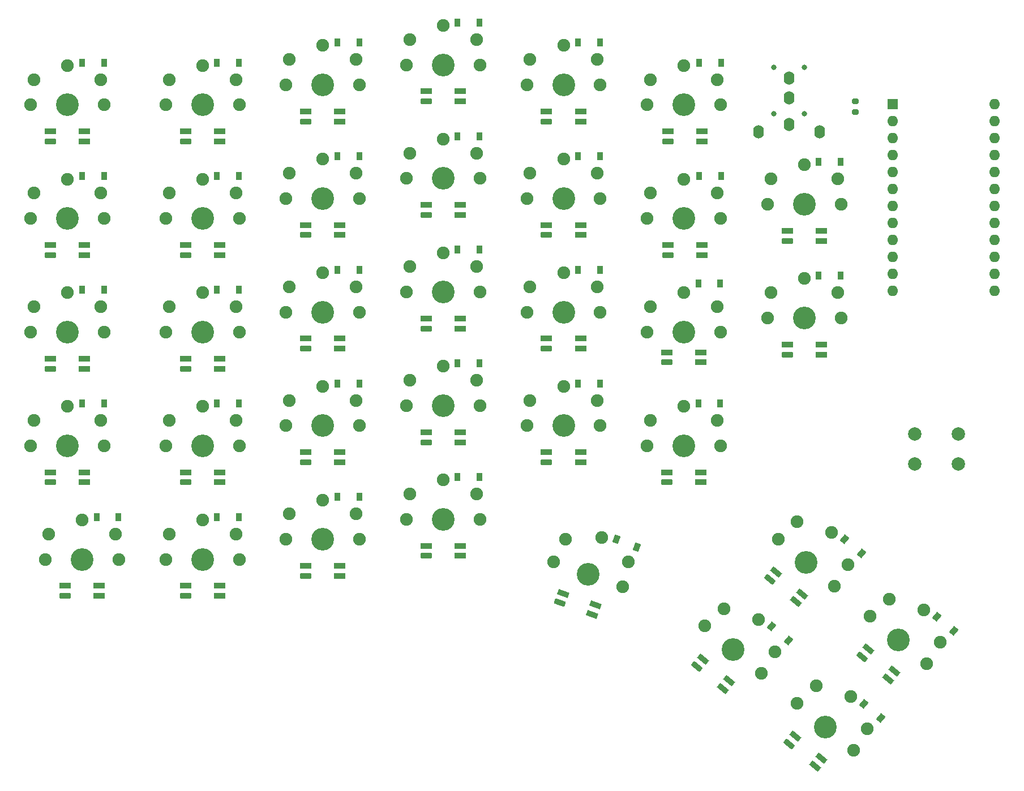
<source format=gts>
G04 #@! TF.GenerationSoftware,KiCad,Pcbnew,(6.0.5)*
G04 #@! TF.CreationDate,2022-05-24T22:09:51+02:00*
G04 #@! TF.ProjectId,LPKeyboard,4c504b65-7962-46f6-9172-642e6b696361,rev?*
G04 #@! TF.SameCoordinates,Original*
G04 #@! TF.FileFunction,Soldermask,Top*
G04 #@! TF.FilePolarity,Negative*
%FSLAX46Y46*%
G04 Gerber Fmt 4.6, Leading zero omitted, Abs format (unit mm)*
G04 Created by KiCad (PCBNEW (6.0.5)) date 2022-05-24 22:09:51*
%MOMM*%
%LPD*%
G01*
G04 APERTURE LIST*
G04 Aperture macros list*
%AMRoundRect*
0 Rectangle with rounded corners*
0 $1 Rounding radius*
0 $2 $3 $4 $5 $6 $7 $8 $9 X,Y pos of 4 corners*
0 Add a 4 corners polygon primitive as box body*
4,1,4,$2,$3,$4,$5,$6,$7,$8,$9,$2,$3,0*
0 Add four circle primitives for the rounded corners*
1,1,$1+$1,$2,$3*
1,1,$1+$1,$4,$5*
1,1,$1+$1,$6,$7*
1,1,$1+$1,$8,$9*
0 Add four rect primitives between the rounded corners*
20,1,$1+$1,$2,$3,$4,$5,0*
20,1,$1+$1,$4,$5,$6,$7,0*
20,1,$1+$1,$6,$7,$8,$9,0*
20,1,$1+$1,$8,$9,$2,$3,0*%
%AMRotRect*
0 Rectangle, with rotation*
0 The origin of the aperture is its center*
0 $1 length*
0 $2 width*
0 $3 Rotation angle, in degrees counterclockwise*
0 Add horizontal line*
21,1,$1,$2,0,0,$3*%
G04 Aperture macros list end*
%ADD10C,3.400000*%
%ADD11C,1.900000*%
%ADD12R,0.900000X1.200000*%
%ADD13R,1.700000X0.820000*%
%ADD14RoundRect,0.205000X0.645000X0.205000X-0.645000X0.205000X-0.645000X-0.205000X0.645000X-0.205000X0*%
%ADD15RotRect,0.900000X1.200000X140.000000*%
%ADD16RotRect,0.900000X1.200000X160.000000*%
%ADD17R,1.600000X1.600000*%
%ADD18O,1.600000X1.600000*%
%ADD19RotRect,1.700000X0.820000X140.000000*%
%ADD20RoundRect,0.205000X0.625870X-0.257559X-0.362327X0.571637X-0.625870X0.257559X0.362327X-0.571637X0*%
%ADD21C,2.000000*%
%ADD22RotRect,1.700000X0.820000X160.000000*%
%ADD23RoundRect,0.205000X0.676216X-0.027966X-0.535988X0.413240X-0.676216X0.027966X0.535988X-0.413240X0*%
%ADD24C,0.800000*%
%ADD25O,1.600000X2.000000*%
%ADD26RoundRect,0.200000X0.275000X-0.200000X0.275000X0.200000X-0.275000X0.200000X-0.275000X-0.200000X0*%
G04 APERTURE END LIST*
D10*
X139597500Y-77564400D03*
D11*
X134097500Y-77564400D03*
X145097500Y-77564400D03*
X139597500Y-71664400D03*
X144597500Y-73764400D03*
X134597500Y-73764400D03*
X151188790Y-145599140D03*
D10*
X146975546Y-142063808D03*
D11*
X142762302Y-138528476D03*
X150767993Y-137544146D03*
X153248361Y-142366777D03*
X145587917Y-135938901D03*
D12*
X91049127Y-68231064D03*
X87749127Y-68231064D03*
D11*
X109097500Y-105564400D03*
X98097500Y-105564400D03*
D10*
X103597500Y-105564400D03*
D11*
X103597500Y-99664400D03*
X98597500Y-101764400D03*
X108597500Y-101764400D03*
D13*
X88147500Y-61529800D03*
X88147500Y-63029800D03*
D14*
X83047500Y-63029800D03*
D13*
X83047500Y-61529800D03*
D11*
X109097500Y-54564400D03*
X98097500Y-54564400D03*
D10*
X103597500Y-54564400D03*
D11*
X103597500Y-48664400D03*
X98597500Y-50764400D03*
X108597500Y-50764400D03*
D15*
X169020276Y-152295887D03*
X166492330Y-150174687D03*
D13*
X142147500Y-97572800D03*
X142147500Y-99072800D03*
D14*
X137047500Y-99072800D03*
D13*
X137047500Y-97572800D03*
D16*
X132601361Y-126716500D03*
X129500375Y-125587834D03*
D13*
X49960000Y-98529800D03*
X49960000Y-100029800D03*
D14*
X44860000Y-100029800D03*
D13*
X44860000Y-98529800D03*
D12*
X52861627Y-105231064D03*
X49561627Y-105231064D03*
D11*
X72597500Y-73764400D03*
X62597500Y-73764400D03*
X67597500Y-71664400D03*
D10*
X67597500Y-77564400D03*
D11*
X73097500Y-77564400D03*
X62097500Y-77564400D03*
D13*
X160147500Y-79404800D03*
X160147500Y-80904800D03*
D14*
X155047500Y-80904800D03*
D13*
X155047500Y-79404800D03*
D17*
X170825000Y-60432500D03*
D18*
X170825000Y-62972500D03*
X170825000Y-65512500D03*
X170825000Y-68052500D03*
X170825000Y-70592500D03*
X170825000Y-73132500D03*
X170825000Y-75672500D03*
X170825000Y-78212500D03*
X170825000Y-80752500D03*
X170825000Y-83292500D03*
X170825000Y-85832500D03*
X170825000Y-88372500D03*
X186065000Y-88372500D03*
X186065000Y-85832500D03*
X186065000Y-83292500D03*
X186065000Y-80752500D03*
X186065000Y-78212500D03*
X186065000Y-75672500D03*
X186065000Y-73132500D03*
X186065000Y-70592500D03*
X186065000Y-68052500D03*
X186065000Y-65512500D03*
X186065000Y-62972500D03*
X186065000Y-60432500D03*
D12*
X52861627Y-71231064D03*
X49561627Y-71231064D03*
D15*
X155231477Y-140725711D03*
X152703531Y-138604511D03*
D11*
X98097500Y-88564400D03*
X109097500Y-88564400D03*
D10*
X103597500Y-88564400D03*
D11*
X103597500Y-82664400D03*
X98597500Y-84764400D03*
X108597500Y-84764400D03*
D13*
X142147500Y-115529800D03*
X142147500Y-117029800D03*
D14*
X137047500Y-117029800D03*
D13*
X137047500Y-115529800D03*
D12*
X91049127Y-102231064D03*
X87749127Y-102231064D03*
X73049127Y-105231064D03*
X69749127Y-105231064D03*
X55049127Y-122231064D03*
X51749127Y-122231064D03*
D11*
X109097500Y-122564400D03*
D10*
X103597500Y-122564400D03*
D11*
X98097500Y-122564400D03*
X103597500Y-116664400D03*
X108597500Y-118764400D03*
X98597500Y-118764400D03*
D12*
X91049127Y-51231064D03*
X87749127Y-51231064D03*
D11*
X116097500Y-74564400D03*
X127097500Y-74564400D03*
D10*
X121597500Y-74564400D03*
D11*
X121597500Y-68664400D03*
X126597500Y-70764400D03*
X116597500Y-70764400D03*
D13*
X88147500Y-78529800D03*
X88147500Y-80029800D03*
D14*
X83047500Y-80029800D03*
D13*
X83047500Y-78529800D03*
D11*
X41910000Y-60564400D03*
X52910000Y-60564400D03*
D10*
X47410000Y-60564400D03*
D11*
X47410000Y-54664400D03*
X52410000Y-56764400D03*
X42410000Y-56764400D03*
D13*
X70147500Y-115529800D03*
X70147500Y-117029800D03*
D14*
X65047500Y-117029800D03*
D13*
X65047500Y-115529800D03*
X70147500Y-64529800D03*
X70147500Y-66029800D03*
D14*
X65047500Y-66029800D03*
D13*
X65047500Y-64529800D03*
D11*
X41910000Y-77564400D03*
D10*
X47410000Y-77564400D03*
D11*
X52910000Y-77564400D03*
X47410000Y-71664400D03*
X52410000Y-73764400D03*
X42410000Y-73764400D03*
D13*
X106147500Y-92529800D03*
X106147500Y-94029800D03*
D14*
X101047500Y-94029800D03*
D13*
X101047500Y-92529800D03*
D19*
X157307439Y-133717832D03*
X156343258Y-134866899D03*
D20*
X152436431Y-131588682D03*
D19*
X153400612Y-130439615D03*
D11*
X91097500Y-125564400D03*
D10*
X85597500Y-125564400D03*
D11*
X80097500Y-125564400D03*
X85597500Y-119664400D03*
X90597500Y-121764400D03*
X80597500Y-121764400D03*
D12*
X73049127Y-88231064D03*
X69749127Y-88231064D03*
D10*
X67597500Y-60564400D03*
D11*
X73097500Y-60564400D03*
X62097500Y-60564400D03*
X67597500Y-54664400D03*
X72597500Y-56764400D03*
X62597500Y-56764400D03*
X80097500Y-74564400D03*
X91097500Y-74564400D03*
D10*
X85597500Y-74564400D03*
D11*
X85597500Y-68664400D03*
X90597500Y-70764400D03*
X80597500Y-70764400D03*
X62097500Y-111564400D03*
X73097500Y-111564400D03*
D10*
X67597500Y-111564400D03*
D11*
X67597500Y-105664400D03*
X62597500Y-107764400D03*
X72597500Y-107764400D03*
D12*
X145199127Y-54231064D03*
X141899127Y-54231064D03*
X109049127Y-116231064D03*
X105749127Y-116231064D03*
X109049127Y-99231064D03*
X105749127Y-99231064D03*
X73049127Y-122231064D03*
X69749127Y-122231064D03*
D11*
X162116179Y-132576384D03*
D10*
X157902935Y-129041052D03*
D11*
X153689691Y-125505720D03*
X161695382Y-124521390D03*
X164175750Y-129344021D03*
X156515306Y-122916145D03*
D12*
X163049127Y-69106064D03*
X159749127Y-69106064D03*
D10*
X139597500Y-111564400D03*
D11*
X134097500Y-111564400D03*
X145097500Y-111564400D03*
X139597500Y-105664400D03*
X144597500Y-107764400D03*
X134597500Y-107764400D03*
D13*
X49960000Y-64529800D03*
X49960000Y-66029800D03*
D14*
X44860000Y-66029800D03*
D13*
X44860000Y-64529800D03*
D10*
X67597500Y-128564400D03*
D11*
X62097500Y-128564400D03*
X73097500Y-128564400D03*
X67597500Y-122664400D03*
X62597500Y-124764400D03*
X72597500Y-124764400D03*
D12*
X127049127Y-102231064D03*
X123749127Y-102231064D03*
D11*
X127097500Y-91564400D03*
D10*
X121597500Y-91564400D03*
D11*
X116097500Y-91564400D03*
X121597500Y-85664400D03*
X116597500Y-87764400D03*
X126597500Y-87764400D03*
X41910000Y-94564400D03*
X52910000Y-94564400D03*
D10*
X47410000Y-94564400D03*
D11*
X47410000Y-88664400D03*
X52410000Y-90764400D03*
X42410000Y-90764400D03*
D13*
X124147500Y-112529800D03*
X124147500Y-114029800D03*
D14*
X119047500Y-114029800D03*
D13*
X119047500Y-112529800D03*
D10*
X85597500Y-57564400D03*
D11*
X80097500Y-57564400D03*
X91097500Y-57564400D03*
X85597500Y-51664400D03*
X90597500Y-53764400D03*
X80597500Y-53764400D03*
D13*
X124147500Y-95529800D03*
X124147500Y-97029800D03*
D14*
X119047500Y-97029800D03*
D13*
X119047500Y-95529800D03*
D11*
X163097500Y-75439400D03*
D10*
X157597500Y-75439400D03*
D11*
X152097500Y-75439400D03*
X157597500Y-69539400D03*
X162597500Y-71639400D03*
X152597500Y-71639400D03*
D13*
X88147500Y-112529800D03*
X88147500Y-114029800D03*
D14*
X83047500Y-114029800D03*
D13*
X83047500Y-112529800D03*
X106147500Y-126529800D03*
X106147500Y-128029800D03*
D14*
X101047500Y-128029800D03*
D13*
X101047500Y-126529800D03*
D21*
X174143600Y-109814800D03*
X180643600Y-109814800D03*
X174143600Y-114314800D03*
X180643600Y-114314800D03*
D13*
X106147500Y-109529800D03*
X106147500Y-111029800D03*
D14*
X101047500Y-111029800D03*
D13*
X101047500Y-109529800D03*
X52147500Y-132529800D03*
X52147500Y-134029800D03*
D14*
X47047500Y-134029800D03*
D13*
X47047500Y-132529800D03*
X49960000Y-81529800D03*
X49960000Y-83029800D03*
D14*
X44860000Y-83029800D03*
D13*
X44860000Y-81529800D03*
D11*
X62097500Y-94564400D03*
X73097500Y-94564400D03*
D10*
X67597500Y-94564400D03*
D11*
X67597500Y-88664400D03*
X62597500Y-90764400D03*
X72597500Y-90764400D03*
D10*
X121597500Y-108564400D03*
D11*
X116097500Y-108564400D03*
X127097500Y-108564400D03*
X121597500Y-102664400D03*
X126597500Y-104764400D03*
X116597500Y-104764400D03*
D12*
X52861627Y-88231064D03*
X49561627Y-88231064D03*
D19*
X146380050Y-146740589D03*
X145415869Y-147889656D03*
D20*
X141509042Y-144611439D03*
D19*
X142473223Y-143462372D03*
D13*
X70147500Y-81529800D03*
X70147500Y-83029800D03*
D14*
X65047500Y-83029800D03*
D13*
X65047500Y-81529800D03*
D12*
X73049127Y-54231064D03*
X69749127Y-54231064D03*
X73049127Y-71231064D03*
X69749127Y-71231064D03*
X127049127Y-68231064D03*
X123749127Y-68231064D03*
D11*
X80097500Y-108564400D03*
X91097500Y-108564400D03*
D10*
X85597500Y-108564400D03*
D11*
X85597500Y-102664400D03*
X80597500Y-104764400D03*
X90597500Y-104764400D03*
D19*
X160168849Y-158310766D03*
X159204668Y-159459833D03*
D20*
X155297841Y-156181616D03*
D19*
X156262022Y-155032549D03*
D10*
X121597500Y-57564400D03*
D11*
X127097500Y-57564400D03*
X116097500Y-57564400D03*
X121597500Y-51664400D03*
X126597500Y-53764400D03*
X116597500Y-53764400D03*
X52910000Y-111564400D03*
X41910000Y-111564400D03*
D10*
X47410000Y-111564400D03*
D11*
X47410000Y-105664400D03*
X52410000Y-107764400D03*
X42410000Y-107764400D03*
D15*
X166158866Y-127702955D03*
X163630920Y-125581755D03*
D13*
X88147500Y-129529800D03*
X88147500Y-131029800D03*
D14*
X83047500Y-131029800D03*
D13*
X83047500Y-129529800D03*
D12*
X52861627Y-54231064D03*
X49561627Y-54231064D03*
D13*
X160147500Y-96404800D03*
X160147500Y-97904800D03*
D14*
X155047500Y-97904800D03*
D13*
X155047500Y-96404800D03*
D12*
X109049127Y-65231064D03*
X105749127Y-65231064D03*
D11*
X134097500Y-94564400D03*
D10*
X139597500Y-94564400D03*
D11*
X145097500Y-94564400D03*
X139597500Y-88664400D03*
X134597500Y-90764400D03*
X144597500Y-90764400D03*
D13*
X142297500Y-81529800D03*
X142297500Y-83029800D03*
D14*
X137197500Y-83029800D03*
D13*
X137197500Y-81529800D03*
D19*
X171096240Y-145288010D03*
X170132059Y-146437077D03*
D20*
X166225232Y-143158860D03*
D19*
X167189413Y-142009793D03*
D10*
X171691735Y-140611229D03*
D11*
X167478491Y-137075897D03*
X175904979Y-144146561D03*
X175484182Y-136091567D03*
X177964550Y-140914198D03*
X170304106Y-134486322D03*
D12*
X145049127Y-105231064D03*
X141749127Y-105231064D03*
D11*
X145097500Y-60564400D03*
X134097500Y-60564400D03*
D10*
X139597500Y-60564400D03*
D11*
X139597500Y-54664400D03*
X134597500Y-56764400D03*
X144597500Y-56764400D03*
X152097500Y-92439400D03*
D10*
X157597500Y-92439400D03*
D11*
X163097500Y-92439400D03*
X157597500Y-86539400D03*
X162597500Y-88639400D03*
X152597500Y-88639400D03*
D22*
X126347153Y-135397863D03*
X125834123Y-136807402D03*
D23*
X121041691Y-135063099D03*
D22*
X121554721Y-133653560D03*
D11*
X109097500Y-71564400D03*
X98097500Y-71564400D03*
D10*
X103597500Y-71564400D03*
D11*
X103597500Y-65664400D03*
X98597500Y-67764400D03*
X108597500Y-67764400D03*
D12*
X145049127Y-87274064D03*
X141749127Y-87274064D03*
D24*
X153035000Y-61907500D03*
X153035000Y-54907500D03*
D25*
X150735000Y-64607500D03*
X155335000Y-59507500D03*
X155335000Y-56507500D03*
X155335000Y-63507500D03*
D13*
X70147500Y-98529800D03*
X70147500Y-100029800D03*
D14*
X65047500Y-100029800D03*
D13*
X65047500Y-98529800D03*
X49960000Y-115529800D03*
X49960000Y-117029800D03*
D14*
X44860000Y-117029800D03*
D13*
X44860000Y-115529800D03*
D10*
X125307184Y-130799454D03*
D11*
X130475493Y-132680565D03*
X120138875Y-128918343D03*
X127325103Y-125255268D03*
X121908397Y-125518521D03*
X131305324Y-128938723D03*
D12*
X91049127Y-85231064D03*
X87749127Y-85231064D03*
D13*
X124147500Y-78529800D03*
X124147500Y-80029800D03*
D14*
X119047500Y-80029800D03*
D13*
X119047500Y-78529800D03*
X124147500Y-61529800D03*
X124147500Y-63029800D03*
D14*
X119047500Y-63029800D03*
D13*
X119047500Y-61529800D03*
D11*
X44097500Y-128564400D03*
D10*
X49597500Y-128564400D03*
D11*
X55097500Y-128564400D03*
X49597500Y-122664400D03*
X44597500Y-124764400D03*
X54597500Y-124764400D03*
D12*
X145199127Y-71231064D03*
X141899127Y-71231064D03*
X91049127Y-119231064D03*
X87749127Y-119231064D03*
D13*
X70147500Y-132529800D03*
X70147500Y-134029800D03*
D14*
X65047500Y-134029800D03*
D13*
X65047500Y-132529800D03*
D12*
X127049127Y-51231064D03*
X123749127Y-51231064D03*
X127049127Y-85231064D03*
X123749127Y-85231064D03*
D13*
X106147500Y-58529800D03*
X106147500Y-60029800D03*
D14*
X101047500Y-60029800D03*
D13*
X101047500Y-58529800D03*
D12*
X163049127Y-86106064D03*
X159749127Y-86106064D03*
X109049127Y-48231064D03*
X105749127Y-48231064D03*
D10*
X160764346Y-153633985D03*
D11*
X156551102Y-150098653D03*
X164977590Y-157169317D03*
X164556793Y-149114323D03*
X167037161Y-153936954D03*
X159376717Y-147509078D03*
D13*
X142297500Y-64529800D03*
X142297500Y-66029800D03*
D14*
X137197500Y-66029800D03*
D13*
X137197500Y-64529800D03*
X88147500Y-95529800D03*
X88147500Y-97029800D03*
D14*
X83047500Y-97029800D03*
D13*
X83047500Y-95529800D03*
D12*
X109049127Y-82231064D03*
X105749127Y-82231064D03*
D26*
X165252400Y-61632600D03*
X165252400Y-59982600D03*
D15*
X179947666Y-139273132D03*
X177419720Y-137151932D03*
D11*
X80097500Y-91564400D03*
X91097500Y-91564400D03*
D10*
X85597500Y-91564400D03*
D11*
X85597500Y-85664400D03*
X90597500Y-87764400D03*
X80597500Y-87764400D03*
D13*
X106147500Y-75529800D03*
X106147500Y-77029800D03*
D14*
X101047500Y-77029800D03*
D13*
X101047500Y-75529800D03*
D24*
X157642915Y-54911819D03*
X157642915Y-61911819D03*
D25*
X159942915Y-64611819D03*
X155342915Y-59511819D03*
X155342915Y-56511819D03*
X155342915Y-63511819D03*
D21*
X174143600Y-109814800D03*
X180643600Y-109814800D03*
X180643600Y-114314800D03*
X174143600Y-114314800D03*
M02*

</source>
